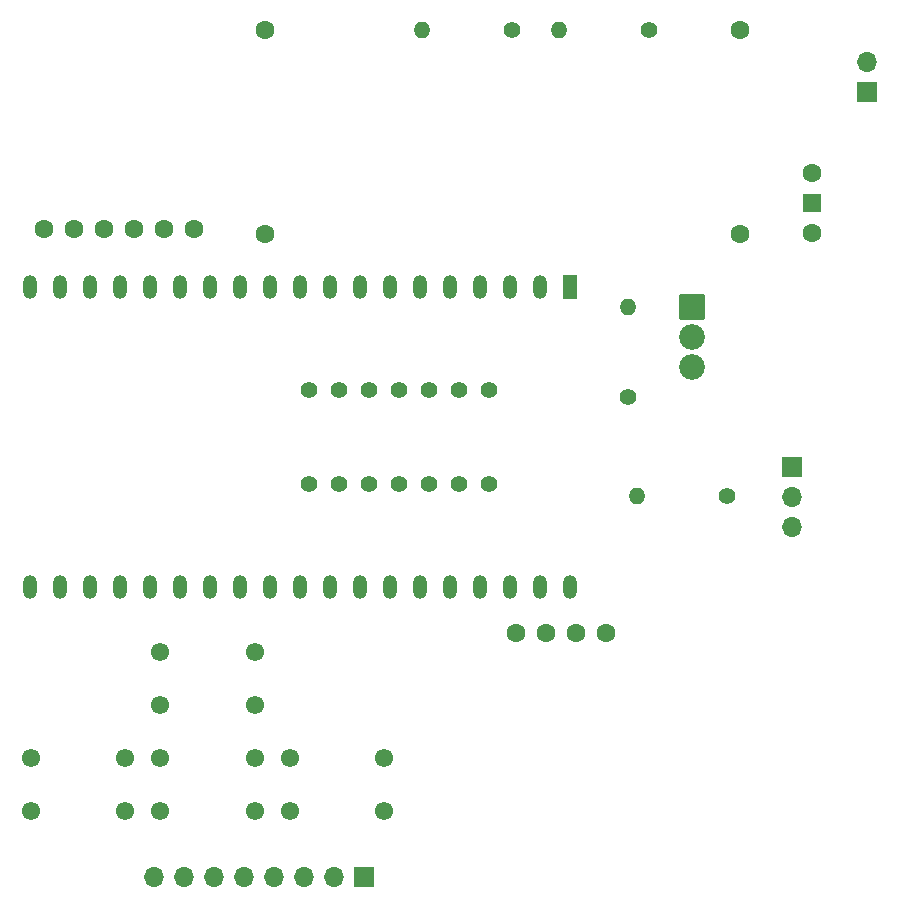
<source format=gts>
G04 #@! TF.GenerationSoftware,KiCad,Pcbnew,9.0.0*
G04 #@! TF.CreationDate,2025-04-11T21:54:49+02:00*
G04 #@! TF.ProjectId,eConBadge,65436f6e-4261-4646-9765-2e6b69636164,rev?*
G04 #@! TF.SameCoordinates,Original*
G04 #@! TF.FileFunction,Soldermask,Top*
G04 #@! TF.FilePolarity,Negative*
%FSLAX46Y46*%
G04 Gerber Fmt 4.6, Leading zero omitted, Abs format (unit mm)*
G04 Created by KiCad (PCBNEW 9.0.0) date 2025-04-11 21:54:49*
%MOMM*%
%LPD*%
G01*
G04 APERTURE LIST*
G04 Aperture macros list*
%AMRoundRect*
0 Rectangle with rounded corners*
0 $1 Rounding radius*
0 $2 $3 $4 $5 $6 $7 $8 $9 X,Y pos of 4 corners*
0 Add a 4 corners polygon primitive as box body*
4,1,4,$2,$3,$4,$5,$6,$7,$8,$9,$2,$3,0*
0 Add four circle primitives for the rounded corners*
1,1,$1+$1,$2,$3*
1,1,$1+$1,$4,$5*
1,1,$1+$1,$6,$7*
1,1,$1+$1,$8,$9*
0 Add four rect primitives between the rounded corners*
20,1,$1+$1,$2,$3,$4,$5,0*
20,1,$1+$1,$4,$5,$6,$7,0*
20,1,$1+$1,$6,$7,$8,$9,0*
20,1,$1+$1,$8,$9,$2,$3,0*%
G04 Aperture macros list end*
%ADD10C,1.400000*%
%ADD11C,1.550000*%
%ADD12C,1.600000*%
%ADD13RoundRect,0.102000X-0.990000X0.990000X-0.990000X-0.990000X0.990000X-0.990000X0.990000X0.990000X0*%
%ADD14C,2.184000*%
%ADD15R,1.700000X1.700000*%
%ADD16O,1.700000X1.700000*%
%ADD17R,1.500000X1.500000*%
%ADD18R,1.200000X2.000000*%
%ADD19O,1.200000X2.000000*%
%ADD20O,1.400000X1.400000*%
G04 APERTURE END LIST*
D10*
G04 #@! TO.C,74AHCT125 *
X163120000Y-48530000D03*
X160580000Y-48530000D03*
X158040000Y-48530000D03*
X155500000Y-48530000D03*
X152960000Y-48530000D03*
X150420000Y-48530000D03*
X147880000Y-48530000D03*
X147880000Y-56470000D03*
X150420000Y-56470000D03*
X152960000Y-56470000D03*
X163120000Y-56470000D03*
X160580000Y-56470000D03*
X158040000Y-56470000D03*
X155500000Y-56470000D03*
G04 #@! TD*
D11*
G04 #@! TO.C,BackBtn*
X132300000Y-84200000D03*
X124340000Y-79700000D03*
X132300000Y-79700000D03*
X124340000Y-84200000D03*
G04 #@! TD*
D12*
G04 #@! TO.C,OLED*
X167940000Y-69100000D03*
X165400000Y-69100000D03*
X170480000Y-69100000D03*
X173020000Y-69100000D03*
G04 #@! TD*
D13*
G04 #@! TO.C,LED_EN_MOSFET*
X180322500Y-41475000D03*
D14*
X180322500Y-44015000D03*
X180322500Y-46555000D03*
G04 #@! TD*
D15*
G04 #@! TO.C,LEDConnector*
X188800000Y-55060000D03*
D16*
X188800000Y-57600000D03*
X188800000Y-60140000D03*
G04 #@! TD*
D12*
G04 #@! TO.C,4005-DCDC*
X144200000Y-35300000D03*
X144200000Y-18100000D03*
X184400000Y-35300000D03*
X184400000Y-18100000D03*
G04 #@! TD*
D15*
G04 #@! TO.C,EInkConnector*
X152540000Y-89800000D03*
D16*
X150000000Y-89800000D03*
X147460000Y-89800000D03*
X144920000Y-89800000D03*
X142380000Y-89800000D03*
X139840000Y-89800000D03*
X137300000Y-89800000D03*
X134760000Y-89800000D03*
G04 #@! TD*
D15*
G04 #@! TO.C,BATT-*
X195200000Y-23300000D03*
D16*
X195200000Y-20760000D03*
G04 #@! TD*
D17*
G04 #@! TO.C,SwitchOnOff*
X190500000Y-32700000D03*
D12*
X190500000Y-35240000D03*
X190500000Y-30160000D03*
G04 #@! TD*
D18*
G04 #@! TO.C,ESP32*
X170020000Y-39800000D03*
D19*
X167480000Y-39800000D03*
X164940000Y-39800000D03*
X162400000Y-39800000D03*
X159860000Y-39800000D03*
X157320000Y-39800000D03*
X154780000Y-39800000D03*
X152240000Y-39800000D03*
X149700000Y-39800000D03*
X147160000Y-39800000D03*
X144620000Y-39800000D03*
X142080000Y-39800000D03*
X139540000Y-39800000D03*
X137000000Y-39800000D03*
X134460000Y-39800000D03*
X131920000Y-39800000D03*
X129380000Y-39800000D03*
X126840000Y-39800000D03*
X124300000Y-39800000D03*
X124302720Y-65196320D03*
X126842720Y-65196320D03*
X129380000Y-65200000D03*
X131920000Y-65200000D03*
X134460000Y-65200000D03*
X137000000Y-65200000D03*
X139540000Y-65200000D03*
X142080000Y-65200000D03*
X144620000Y-65200000D03*
X147160000Y-65200000D03*
X149700000Y-65200000D03*
X152240000Y-65200000D03*
X154780000Y-65200000D03*
X157320000Y-65200000D03*
X159860000Y-65200000D03*
X162400000Y-65200000D03*
X164940000Y-65200000D03*
X167480000Y-65200000D03*
X170020000Y-65200000D03*
G04 #@! TD*
D11*
G04 #@! TO.C,DownBtn*
X143300000Y-84200000D03*
X135340000Y-79700000D03*
X143300000Y-79700000D03*
X135340000Y-84200000D03*
G04 #@! TD*
G04 #@! TO.C,UpBtn*
X135340000Y-70700000D03*
X143300000Y-70700000D03*
X135340000Y-75200000D03*
X143300000Y-75200000D03*
G04 #@! TD*
G04 #@! TO.C,EnterBtn*
X154300000Y-84200000D03*
X146340000Y-79700000D03*
X154300000Y-79700000D03*
X146340000Y-84200000D03*
G04 #@! TD*
D12*
G04 #@! TO.C,SDCardReader*
X125480000Y-34920000D03*
X128020000Y-34920000D03*
X130560000Y-34920000D03*
X133100000Y-34920000D03*
X135640000Y-34920000D03*
X138180000Y-34920000D03*
G04 #@! TD*
D10*
G04 #@! TO.C,10K LED_MOSFET*
X174900000Y-49110000D03*
D20*
X174900000Y-41490000D03*
G04 #@! TD*
D10*
G04 #@! TO.C,R2 20K*
X165110000Y-18100000D03*
D20*
X157490000Y-18100000D03*
G04 #@! TD*
D10*
G04 #@! TO.C,330 LED_DATA_R*
X183310000Y-57500000D03*
D20*
X175690000Y-57500000D03*
G04 #@! TD*
D10*
G04 #@! TO.C,R1 220K*
X176720000Y-18100000D03*
D20*
X169100000Y-18100000D03*
G04 #@! TD*
M02*

</source>
